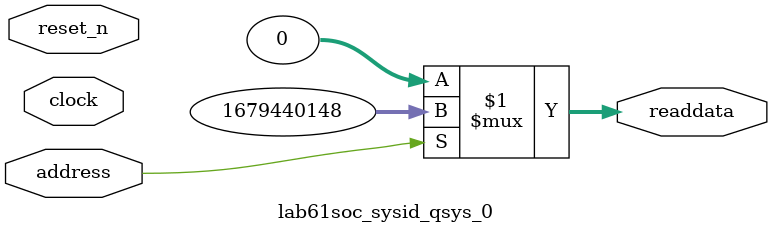
<source format=v>



// synthesis translate_off
`timescale 1ns / 1ps
// synthesis translate_on

// turn off superfluous verilog processor warnings 
// altera message_level Level1 
// altera message_off 10034 10035 10036 10037 10230 10240 10030 

module lab61soc_sysid_qsys_0 (
               // inputs:
                address,
                clock,
                reset_n,

               // outputs:
                readdata
             )
;

  output  [ 31: 0] readdata;
  input            address;
  input            clock;
  input            reset_n;

  wire    [ 31: 0] readdata;
  //control_slave, which is an e_avalon_slave
  assign readdata = address ? 1679440148 : 0;

endmodule



</source>
